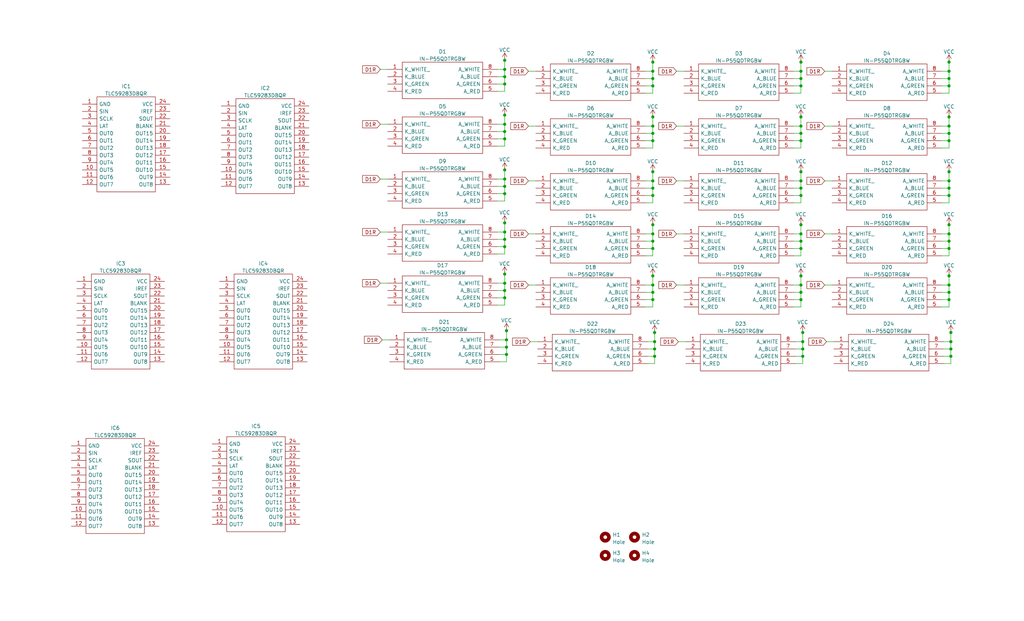
<source format=kicad_sch>
(kicad_sch (version 20211123) (generator eeschema)
  (paper "USLegal")
  (lib_symbols
    (symbol "Mechanical:MountingHole" (pin_names (offset 1.016))
      (property "Reference" "H" (at 0 5.08 0))
      (property "Value" "MountingHole" (at 0 3.175 0))
      (symbol "MountingHole_0_1"
        (circle (center 0 0) (radius 1.27) (stroke (width 1.27)))
      )
    )
    (symbol "local2:TLC59283DBQR" (pin_names (offset 0.762))
      (property "Reference" "IC" (at 26.67 7.62 0))
      (property "Value" "TLC59283DBQR" (at 26.67 5.08 0))
      (symbol "TLC59283DBQR_0_0"
        (pin power_in line (at 0 0 0) (length 5.08) (name "GND") (number "1"))
        (pin output line (at 0 -22.86 0) (length 5.08) (name "OUT5") (number "10"))
        (pin output line (at 0 -25.4 0) (length 5.08) (name "OUT6") (number "11"))
        (pin output line (at 0 -27.94 0) (length 5.08) (name "OUT7") (number "12"))
        (pin output line (at 30.48 -27.94 180) (length 5.08) (name "OUT8") (number "13"))
        (pin output line (at 30.48 -25.4 180) (length 5.08) (name "OUT9") (number "14"))
        (pin output line (at 30.48 -22.86 180) (length 5.08) (name "OUT10") (number "15"))
        (pin output line (at 30.48 -20.32 180) (length 5.08) (name "OUT11") (number "16"))
        (pin output line (at 30.48 -17.78 180) (length 5.08) (name "OUT12") (number "17"))
        (pin output line (at 30.48 -15.24 180) (length 5.08) (name "OUT13") (number "18"))
        (pin output line (at 30.48 -12.7 180) (length 5.08) (name "OUT14") (number "19"))
        (pin input line (at 0 -2.54 0) (length 5.08) (name "SIN") (number "2"))
        (pin output line (at 30.48 -10.16 180) (length 5.08) (name "OUT15") (number "20"))
        (pin input line (at 30.48 -7.62 180) (length 5.08) (name "BLANK") (number "21"))
        (pin output line (at 30.48 -5.08 180) (length 5.08) (name "SOUT") (number "22"))
        (pin input line (at 30.48 -2.54 180) (length 5.08) (name "IREF") (number "23"))
        (pin power_in line (at 30.48 0 180) (length 5.08) (name "VCC") (number "24"))
        (pin input line (at 0 -5.08 0) (length 5.08) (name "SCLK") (number "3"))
        (pin input line (at 0 -7.62 0) (length 5.08) (name "LAT") (number "4"))
        (pin output line (at 0 -10.16 0) (length 5.08) (name "OUT0") (number "5"))
        (pin output line (at 0 -12.7 0) (length 5.08) (name "OUT1") (number "6"))
        (pin output line (at 0 -15.24 0) (length 5.08) (name "OUT2") (number "7"))
        (pin output line (at 0 -17.78 0) (length 5.08) (name "OUT3") (number "8"))
        (pin output line (at 0 -20.32 0) (length 5.08) (name "OUT4") (number "9"))
      )
      (symbol "TLC59283DBQR_0_1"
        (polyline (pts (xy 5.08 2.54) (xy 25.4 2.54) (xy 25.4 -30.48) (xy 5.08 -30.48) (xy 5.08 2.54)) (stroke (width 0.1524)))
      )
    )
    (symbol "local:IN-P55QDTRGBW" (pin_names (offset 0.762))
      (property "Reference" "LED" (at 34.29 7.62 0))
      (property "Value" "IN-P55QDTRGBW" (at 34.29 5.08 0))
      (symbol "IN-P55QDTRGBW_0_0"
        (pin passive line (at 0 0 0) (length 5.08) (name "K_WHITE_") (number "1"))
        (pin passive line (at 0 -2.54 0) (length 5.08) (name "K_BLUE") (number "2"))
        (pin passive line (at 0 -5.08 0) (length 5.08) (name "K_GREEN") (number "3"))
        (pin passive line (at 0 -7.62 0) (length 5.08) (name "K_RED") (number "4"))
        (pin passive line (at 38.1 -7.62 180) (length 5.08) (name "A_RED") (number "5"))
        (pin passive line (at 38.1 -5.08 180) (length 5.08) (name "A_GREEN") (number "6"))
        (pin passive line (at 38.1 -2.54 180) (length 5.08) (name "A_BLUE") (number "7"))
        (pin passive line (at 38.1 0 180) (length 5.08) (name "A_WHITE") (number "8"))
      )
      (symbol "IN-P55QDTRGBW_0_1"
        (polyline (pts (xy 5.08 2.54) (xy 33.02 2.54) (xy 33.02 -10.16) (xy 5.08 -10.16) (xy 5.08 2.54)) (stroke (width 0.1524)))
      )
    )
    (symbol "power:VCC" (power) (pin_names (offset 0))
      (property "Value" "VCC" (at 0 3.81 0))
      (symbol "VCC_0_1"
        (polyline (pts (xy -0.762 1.27) (xy 0 2.54)))
        (polyline (pts (xy 0 0) (xy 0 2.54)))
        (polyline (pts (xy 0 2.54) (xy 0.762 1.27)))
      )
      (symbol "VCC_1_1"
        (pin power_in line (at 0 0 90) (length 0) hide (name "VCC") (number "1"))
      )
    )
  )
  (junction (at 175.26 100.965))
  (junction (at 175.26 59.055))
  (junction (at 227.33 118.745))
  (junction (at 278.765 123.825))
  (junction (at 226.695 78.105))
  (junction (at 329.565 24.765))
  (junction (at 330.2 115.57))
  (junction (at 278.13 43.815))
  (junction (at 226.695 67.945))
  (junction (at 278.13 86.36))
  (junction (at 329.565 27.305))
  (junction (at 329.565 43.815))
  (junction (at 226.695 81.28))
  (junction (at 175.26 45.72))
  (junction (at 226.695 101.6))
  (junction (at 226.695 86.36))
  (junction (at 175.26 62.23))
  (junction (at 227.33 123.825))
  (junction (at 278.13 67.945))
  (junction (at 175.26 67.31))
  (junction (at 227.33 115.57))
  (junction (at 175.895 118.11))
  (junction (at 278.13 78.105))
  (junction (at 330.2 121.285))
  (junction (at 175.895 114.935))
  (junction (at 175.26 85.725))
  (junction (at 175.26 29.21))
  (junction (at 278.13 81.28))
  (junction (at 175.26 95.25))
  (junction (at 278.13 48.895))
  (junction (at 330.2 118.745))
  (junction (at 175.26 80.645))
  (junction (at 175.895 120.65))
  (junction (at 226.695 104.14))
  (junction (at 175.895 123.19))
  (junction (at 226.695 40.64))
  (junction (at 226.695 43.815))
  (junction (at 226.695 99.06))
  (junction (at 278.765 118.745))
  (junction (at 329.565 62.865))
  (junction (at 226.695 24.765))
  (junction (at 226.695 59.69))
  (junction (at 278.13 104.14))
  (junction (at 278.13 21.59))
  (junction (at 329.565 59.69))
  (junction (at 226.695 21.59))
  (junction (at 329.565 29.845))
  (junction (at 278.13 40.64))
  (junction (at 329.565 48.895))
  (junction (at 226.695 65.405))
  (junction (at 226.695 46.355))
  (junction (at 278.13 95.885))
  (junction (at 175.26 26.67))
  (junction (at 278.13 59.69))
  (junction (at 278.13 101.6))
  (junction (at 175.26 83.185))
  (junction (at 175.26 24.13))
  (junction (at 329.565 46.355))
  (junction (at 226.695 83.82))
  (junction (at 175.26 43.18))
  (junction (at 329.565 67.945))
  (junction (at 175.26 103.505))
  (junction (at 329.565 40.64))
  (junction (at 329.565 65.405))
  (junction (at 175.26 77.47))
  (junction (at 329.565 78.105))
  (junction (at 226.695 29.845))
  (junction (at 278.13 65.405))
  (junction (at 226.695 62.865))
  (junction (at 278.13 62.865))
  (junction (at 226.695 95.885))
  (junction (at 329.565 104.14))
  (junction (at 278.13 46.355))
  (junction (at 330.2 123.825))
  (junction (at 175.26 40.005))
  (junction (at 278.13 29.845))
  (junction (at 329.565 101.6))
  (junction (at 175.26 20.955))
  (junction (at 226.695 27.305))
  (junction (at 175.26 64.77))
  (junction (at 227.33 121.285))
  (junction (at 329.565 83.82))
  (junction (at 329.565 81.28))
  (junction (at 278.765 115.57))
  (junction (at 329.565 21.59))
  (junction (at 278.13 99.06))
  (junction (at 278.13 24.765))
  (junction (at 329.565 99.06))
  (junction (at 329.565 86.36))
  (junction (at 226.695 48.895))
  (junction (at 278.765 121.285))
  (junction (at 278.13 27.305))
  (junction (at 278.13 83.82))
  (junction (at 175.26 98.425))
  (junction (at 329.565 95.885))
  (junction (at 175.26 48.26))
  (wire (pts (xy 175.26 67.31) (xy 175.26 69.85)))
  (wire (pts (xy 183.515 24.765) (xy 186.055 24.765)))
  (wire (pts (xy 172.72 45.72) (xy 175.26 45.72)))
  (wire (pts (xy 276.225 118.745) (xy 278.765 118.745)))
  (wire (pts (xy 278.13 21.59) (xy 278.13 24.765)))
  (wire (pts (xy 172.72 43.18) (xy 175.26 43.18)))
  (wire (pts (xy 278.13 106.68) (xy 275.59 106.68)))
  (wire (pts (xy 330.2 121.285) (xy 330.2 118.745)))
  (wire (pts (xy 132.08 24.13) (xy 134.62 24.13)))
  (wire (pts (xy 226.695 27.305) (xy 226.695 24.765)))
  (wire (pts (xy 278.13 29.845) (xy 278.13 32.385)))
  (wire (pts (xy 132.08 80.645) (xy 134.62 80.645)))
  (wire (pts (xy 226.695 83.82) (xy 226.695 86.36)))
  (wire (pts (xy 330.2 126.365) (xy 327.66 126.365)))
  (wire (pts (xy 175.26 20.32) (xy 175.26 20.955)))
  (wire (pts (xy 327.025 27.305) (xy 329.565 27.305)))
  (wire (pts (xy 329.565 86.36) (xy 329.565 88.9)))
  (wire (pts (xy 226.695 48.895) (xy 226.695 51.435)))
  (wire (pts (xy 278.13 83.82) (xy 278.13 86.36)))
  (wire (pts (xy 275.59 62.865) (xy 278.13 62.865)))
  (wire (pts (xy 226.695 48.895) (xy 224.155 48.895)))
  (wire (pts (xy 175.26 39.37) (xy 175.26 40.005)))
  (wire (pts (xy 175.26 45.72) (xy 175.26 43.18)))
  (wire (pts (xy 234.95 62.865) (xy 237.49 62.865)))
  (wire (pts (xy 172.72 100.965) (xy 175.26 100.965)))
  (wire (pts (xy 175.26 26.67) (xy 175.26 29.21)))
  (wire (pts (xy 175.26 59.055) (xy 175.26 62.23)))
  (wire (pts (xy 224.155 43.815) (xy 226.695 43.815)))
  (wire (pts (xy 275.59 27.305) (xy 278.13 27.305)))
  (wire (pts (xy 278.765 115.57) (xy 278.765 118.745)))
  (wire (pts (xy 224.79 121.285) (xy 227.33 121.285)))
  (wire (pts (xy 226.695 46.355) (xy 226.695 43.815)))
  (wire (pts (xy 235.585 118.745) (xy 238.125 118.745)))
  (wire (pts (xy 275.59 101.6) (xy 278.13 101.6)))
  (wire (pts (xy 278.13 86.36) (xy 278.13 88.9)))
  (wire (pts (xy 226.695 95.885) (xy 226.695 99.06)))
  (wire (pts (xy 330.2 123.825) (xy 330.2 126.365)))
  (wire (pts (xy 226.695 67.945) (xy 224.155 67.945)))
  (wire (pts (xy 329.565 101.6) (xy 329.565 99.06)))
  (wire (pts (xy 275.59 65.405) (xy 278.13 65.405)))
  (wire (pts (xy 278.765 123.825) (xy 276.225 123.825)))
  (wire (pts (xy 175.895 120.65) (xy 175.895 123.19)))
  (wire (pts (xy 175.26 106.045) (xy 172.72 106.045)))
  (wire (pts (xy 329.565 65.405) (xy 329.565 67.945)))
  (wire (pts (xy 226.695 59.055) (xy 226.695 59.69)))
  (wire (pts (xy 175.26 29.21) (xy 175.26 31.75)))
  (wire (pts (xy 224.155 101.6) (xy 226.695 101.6)))
  (wire (pts (xy 224.155 46.355) (xy 226.695 46.355)))
  (wire (pts (xy 227.33 121.285) (xy 227.33 123.825)))
  (wire (pts (xy 184.15 118.745) (xy 186.69 118.745)))
  (wire (pts (xy 227.33 126.365) (xy 224.79 126.365)))
  (wire (pts (xy 175.26 40.005) (xy 175.26 43.18)))
  (wire (pts (xy 183.515 99.06) (xy 186.055 99.06)))
  (wire (pts (xy 226.695 104.14) (xy 224.155 104.14)))
  (wire (pts (xy 327.025 101.6) (xy 329.565 101.6)))
  (wire (pts (xy 234.95 43.815) (xy 237.49 43.815)))
  (wire (pts (xy 175.26 95.25) (xy 175.26 98.425)))
  (wire (pts (xy 278.13 46.355) (xy 278.13 48.895)))
  (wire (pts (xy 224.155 99.06) (xy 226.695 99.06)))
  (wire (pts (xy 276.225 121.285) (xy 278.765 121.285)))
  (wire (pts (xy 327.025 43.815) (xy 329.565 43.815)))
  (wire (pts (xy 329.565 101.6) (xy 329.565 104.14)))
  (wire (pts (xy 227.33 123.825) (xy 227.33 126.365)))
  (wire (pts (xy 175.26 29.21) (xy 172.72 29.21)))
  (wire (pts (xy 329.565 65.405) (xy 329.565 62.865)))
  (wire (pts (xy 329.565 21.59) (xy 329.565 24.765)))
  (wire (pts (xy 278.13 67.945) (xy 278.13 70.485)))
  (wire (pts (xy 329.565 20.955) (xy 329.565 21.59)))
  (wire (pts (xy 278.765 126.365) (xy 276.225 126.365)))
  (wire (pts (xy 329.565 59.055) (xy 329.565 59.69)))
  (wire (pts (xy 172.72 26.67) (xy 175.26 26.67)))
  (wire (pts (xy 226.695 32.385) (xy 224.155 32.385)))
  (wire (pts (xy 132.715 118.11) (xy 135.255 118.11)))
  (wire (pts (xy 226.695 77.47) (xy 226.695 78.105)))
  (wire (pts (xy 234.95 81.28) (xy 237.49 81.28)))
  (wire (pts (xy 226.695 29.845) (xy 224.155 29.845)))
  (wire (pts (xy 329.565 29.845) (xy 327.025 29.845)))
  (wire (pts (xy 132.08 43.18) (xy 134.62 43.18)))
  (wire (pts (xy 173.355 120.65) (xy 175.895 120.65)))
  (wire (pts (xy 175.26 50.8) (xy 172.72 50.8)))
  (wire (pts (xy 224.155 24.765) (xy 226.695 24.765)))
  (wire (pts (xy 278.13 48.895) (xy 275.59 48.895)))
  (wire (pts (xy 327.66 118.745) (xy 330.2 118.745)))
  (wire (pts (xy 226.695 86.36) (xy 224.155 86.36)))
  (wire (pts (xy 175.26 77.47) (xy 175.26 80.645)))
  (wire (pts (xy 226.695 101.6) (xy 226.695 104.14)))
  (wire (pts (xy 327.025 81.28) (xy 329.565 81.28)))
  (wire (pts (xy 224.155 81.28) (xy 226.695 81.28)))
  (wire (pts (xy 330.2 121.285) (xy 330.2 123.825)))
  (wire (pts (xy 234.95 24.765) (xy 237.49 24.765)))
  (wire (pts (xy 327.025 46.355) (xy 329.565 46.355)))
  (wire (pts (xy 183.515 43.815) (xy 186.055 43.815)))
  (wire (pts (xy 329.565 46.355) (xy 329.565 48.895)))
  (wire (pts (xy 175.26 26.67) (xy 175.26 24.13)))
  (wire (pts (xy 278.13 40.005) (xy 278.13 40.64)))
  (wire (pts (xy 329.565 67.945) (xy 327.025 67.945)))
  (wire (pts (xy 278.13 104.14) (xy 275.59 104.14)))
  (wire (pts (xy 278.765 121.285) (xy 278.765 118.745)))
  (wire (pts (xy 175.26 67.31) (xy 172.72 67.31)))
  (wire (pts (xy 175.26 76.835) (xy 175.26 77.47)))
  (wire (pts (xy 224.155 62.865) (xy 226.695 62.865)))
  (wire (pts (xy 172.72 64.77) (xy 175.26 64.77)))
  (wire (pts (xy 278.13 70.485) (xy 275.59 70.485)))
  (wire (pts (xy 172.72 80.645) (xy 175.26 80.645)))
  (wire (pts (xy 278.765 121.285) (xy 278.765 123.825)))
  (wire (pts (xy 329.565 95.25) (xy 329.565 95.885)))
  (wire (pts (xy 278.13 48.895) (xy 278.13 51.435)))
  (wire (pts (xy 227.33 121.285) (xy 227.33 118.745)))
  (wire (pts (xy 172.72 24.13) (xy 175.26 24.13)))
  (wire (pts (xy 175.26 31.75) (xy 172.72 31.75)))
  (wire (pts (xy 327.025 83.82) (xy 329.565 83.82)))
  (wire (pts (xy 183.515 81.28) (xy 186.055 81.28)))
  (wire (pts (xy 278.13 83.82) (xy 278.13 81.28)))
  (wire (pts (xy 172.72 98.425) (xy 175.26 98.425)))
  (wire (pts (xy 183.515 62.865) (xy 186.055 62.865)))
  (wire (pts (xy 172.72 62.23) (xy 175.26 62.23)))
  (wire (pts (xy 278.13 27.305) (xy 278.13 29.845)))
  (wire (pts (xy 329.565 29.845) (xy 329.565 32.385)))
  (wire (pts (xy 286.385 24.765) (xy 288.925 24.765)))
  (wire (pts (xy 224.155 65.405) (xy 226.695 65.405)))
  (wire (pts (xy 329.565 88.9) (xy 327.025 88.9)))
  (wire (pts (xy 278.13 95.25) (xy 278.13 95.885)))
  (wire (pts (xy 329.565 70.485) (xy 327.025 70.485)))
  (wire (pts (xy 329.565 40.64) (xy 329.565 43.815)))
  (wire (pts (xy 327.025 62.865) (xy 329.565 62.865)))
  (wire (pts (xy 278.765 123.825) (xy 278.765 126.365)))
  (wire (pts (xy 226.695 46.355) (xy 226.695 48.895)))
  (wire (pts (xy 175.895 125.73) (xy 173.355 125.73)))
  (wire (pts (xy 278.13 46.355) (xy 278.13 43.815)))
  (wire (pts (xy 226.695 106.68) (xy 224.155 106.68)))
  (wire (pts (xy 173.355 118.11) (xy 175.895 118.11)))
  (wire (pts (xy 226.695 40.64) (xy 226.695 43.815)))
  (wire (pts (xy 227.33 114.935) (xy 227.33 115.57)))
  (wire (pts (xy 275.59 43.815) (xy 278.13 43.815)))
  (wire (pts (xy 278.13 59.69) (xy 278.13 62.865)))
  (wire (pts (xy 226.695 67.945) (xy 226.695 70.485)))
  (wire (pts (xy 329.565 27.305) (xy 329.565 29.845)))
  (wire (pts (xy 175.895 123.19) (xy 173.355 123.19)))
  (wire (pts (xy 175.26 64.77) (xy 175.26 62.23)))
  (wire (pts (xy 329.565 27.305) (xy 329.565 24.765)))
  (wire (pts (xy 278.13 86.36) (xy 275.59 86.36)))
  (wire (pts (xy 175.26 48.26) (xy 175.26 50.8)))
  (wire (pts (xy 278.13 67.945) (xy 275.59 67.945)))
  (wire (pts (xy 132.08 62.23) (xy 134.62 62.23)))
  (wire (pts (xy 226.695 70.485) (xy 224.155 70.485)))
  (wire (pts (xy 329.565 48.895) (xy 329.565 51.435)))
  (wire (pts (xy 278.13 78.105) (xy 278.13 81.28)))
  (wire (pts (xy 227.33 123.825) (xy 224.79 123.825)))
  (wire (pts (xy 327.025 65.405) (xy 329.565 65.405)))
  (wire (pts (xy 224.155 83.82) (xy 226.695 83.82)))
  (wire (pts (xy 329.565 104.14) (xy 327.025 104.14)))
  (wire (pts (xy 327.025 99.06) (xy 329.565 99.06)))
  (wire (pts (xy 226.695 27.305) (xy 226.695 29.845)))
  (wire (pts (xy 275.59 24.765) (xy 278.13 24.765)))
  (wire (pts (xy 226.695 40.005) (xy 226.695 40.64)))
  (wire (pts (xy 329.565 48.895) (xy 327.025 48.895)))
  (wire (pts (xy 278.13 101.6) (xy 278.13 104.14)))
  (wire (pts (xy 226.695 21.59) (xy 226.695 24.765)))
  (wire (pts (xy 175.26 83.185) (xy 175.26 80.645)))
  (wire (pts (xy 175.26 85.725) (xy 172.72 85.725)))
  (wire (pts (xy 226.695 88.9) (xy 224.155 88.9)))
  (wire (pts (xy 278.13 104.14) (xy 278.13 106.68)))
  (wire (pts (xy 175.26 48.26) (xy 172.72 48.26)))
  (wire (pts (xy 278.765 114.935) (xy 278.765 115.57)))
  (wire (pts (xy 234.95 99.06) (xy 237.49 99.06)))
  (wire (pts (xy 226.695 95.25) (xy 226.695 95.885)))
  (wire (pts (xy 278.13 29.845) (xy 275.59 29.845)))
  (wire (pts (xy 175.895 114.3) (xy 175.895 114.935)))
  (wire (pts (xy 175.895 120.65) (xy 175.895 118.11)))
  (wire (pts (xy 175.26 103.505) (xy 175.26 106.045)))
  (wire (pts (xy 287.02 118.745) (xy 289.56 118.745)))
  (wire (pts (xy 226.695 101.6) (xy 226.695 99.06)))
  (wire (pts (xy 226.695 65.405) (xy 226.695 62.865)))
  (wire (pts (xy 330.2 123.825) (xy 327.66 123.825)))
  (wire (pts (xy 172.72 83.185) (xy 175.26 83.185)))
  (wire (pts (xy 226.695 83.82) (xy 226.695 81.28)))
  (wire (pts (xy 175.26 85.725) (xy 175.26 88.265)))
  (wire (pts (xy 226.695 29.845) (xy 226.695 32.385)))
  (wire (pts (xy 175.26 64.77) (xy 175.26 67.31)))
  (wire (pts (xy 278.13 65.405) (xy 278.13 67.945)))
  (wire (pts (xy 278.13 95.885) (xy 278.13 99.06)))
  (wire (pts (xy 175.26 45.72) (xy 175.26 48.26)))
  (wire (pts (xy 327.66 121.285) (xy 330.2 121.285)))
  (wire (pts (xy 226.695 20.955) (xy 226.695 21.59)))
  (wire (pts (xy 278.13 65.405) (xy 278.13 62.865)))
  (wire (pts (xy 278.13 101.6) (xy 278.13 99.06)))
  (wire (pts (xy 175.26 20.955) (xy 175.26 24.13)))
  (wire (pts (xy 175.26 103.505) (xy 172.72 103.505)))
  (wire (pts (xy 278.13 40.64) (xy 278.13 43.815)))
  (wire (pts (xy 226.695 65.405) (xy 226.695 67.945)))
  (wire (pts (xy 278.13 27.305) (xy 278.13 24.765)))
  (wire (pts (xy 327.025 24.765) (xy 329.565 24.765)))
  (wire (pts (xy 329.565 95.885) (xy 329.565 99.06)))
  (wire (pts (xy 286.385 81.28) (xy 288.925 81.28)))
  (wire (pts (xy 278.13 59.055) (xy 278.13 59.69)))
  (wire (pts (xy 275.59 81.28) (xy 278.13 81.28)))
  (wire (pts (xy 329.565 106.68) (xy 327.025 106.68)))
  (wire (pts (xy 329.565 46.355) (xy 329.565 43.815)))
  (wire (pts (xy 175.26 69.85) (xy 172.72 69.85)))
  (wire (pts (xy 175.895 114.935) (xy 175.895 118.11)))
  (wire (pts (xy 329.565 67.945) (xy 329.565 70.485)))
  (wire (pts (xy 278.13 32.385) (xy 275.59 32.385)))
  (wire (pts (xy 175.895 123.19) (xy 175.895 125.73)))
  (wire (pts (xy 175.26 100.965) (xy 175.26 103.505)))
  (wire (pts (xy 278.13 20.955) (xy 278.13 21.59)))
  (wire (pts (xy 175.26 94.615) (xy 175.26 95.25)))
  (wire (pts (xy 275.59 83.82) (xy 278.13 83.82)))
  (wire (pts (xy 286.385 43.815) (xy 288.925 43.815)))
  (wire (pts (xy 329.565 86.36) (xy 327.025 86.36)))
  (wire (pts (xy 329.565 104.14) (xy 329.565 106.68)))
  (wire (pts (xy 175.26 100.965) (xy 175.26 98.425)))
  (wire (pts (xy 226.695 59.69) (xy 226.695 62.865)))
  (wire (pts (xy 329.565 32.385) (xy 327.025 32.385)))
  (wire (pts (xy 175.26 88.265) (xy 172.72 88.265)))
  (wire (pts (xy 224.155 27.305) (xy 226.695 27.305)))
  (wire (pts (xy 278.13 51.435) (xy 275.59 51.435)))
  (wire (pts (xy 275.59 99.06) (xy 278.13 99.06)))
  (wire (pts (xy 329.565 77.47) (xy 329.565 78.105)))
  (wire (pts (xy 278.13 88.9) (xy 275.59 88.9)))
  (wire (pts (xy 227.33 115.57) (xy 227.33 118.745)))
  (wire (pts (xy 286.385 62.865) (xy 288.925 62.865)))
  (wire (pts (xy 329.565 40.005) (xy 329.565 40.64)))
  (wire (pts (xy 286.385 99.06) (xy 288.925 99.06)))
  (wire (pts (xy 329.565 83.82) (xy 329.565 86.36)))
  (wire (pts (xy 224.79 118.745) (xy 227.33 118.745)))
  (wire (pts (xy 330.2 114.935) (xy 330.2 115.57)))
  (wire (pts (xy 132.08 98.425) (xy 134.62 98.425)))
  (wire (pts (xy 278.13 77.47) (xy 278.13 78.105)))
  (wire (pts (xy 175.26 83.185) (xy 175.26 85.725)))
  (wire (pts (xy 226.695 51.435) (xy 224.155 51.435)))
  (wire (pts (xy 275.59 46.355) (xy 278.13 46.355)))
  (wire (pts (xy 329.565 51.435) (xy 327.025 51.435)))
  (wire (pts (xy 226.695 104.14) (xy 226.695 106.68)))
  (wire (pts (xy 175.26 58.42) (xy 175.26 59.055)))
  (wire (pts (xy 329.565 59.69) (xy 329.565 62.865)))
  (wire (pts (xy 329.565 78.105) (xy 329.565 81.28)))
  (wire (pts (xy 329.565 83.82) (xy 329.565 81.28)))
  (wire (pts (xy 226.695 86.36) (xy 226.695 88.9)))
  (wire (pts (xy 330.2 115.57) (xy 330.2 118.745)))
  (wire (pts (xy 226.695 78.105) (xy 226.695 81.28)))
  (global_label "D1R" (shape input) (at 132.08 98.425 180) (property "Intersheet References" "${INTERSHEET_REFS}" (effects hide)))
  (global_label "D1R" (shape input) (at 286.385 99.06 180) (property "Intersheet References" "${INTERSHEET_REFS}" (effects hide)))
  (global_label "D1R" (shape input) (at 132.08 24.13 180) (property "Intersheet References" "${INTERSHEET_REFS}" (effects hide)))
  (global_label "D1R" (shape input) (at 287.02 118.745 180) (property "Intersheet References" "${INTERSHEET_REFS}" (effects hide)))
  (global_label "D1R" (shape input) (at 235.585 118.745 180) (property "Intersheet References" "${INTERSHEET_REFS}" (effects hide)))
  (global_label "D1R" (shape input) (at 132.08 43.18 180) (property "Intersheet References" "${INTERSHEET_REFS}" (effects hide)))
  (global_label "D1R" (shape input) (at 234.95 99.06 180) (property "Intersheet References" "${INTERSHEET_REFS}" (effects hide)))
  (global_label "D1R" (shape input) (at 183.515 24.765 180) (property "Intersheet References" "${INTERSHEET_REFS}" (effects hide)))
  (global_label "D1R" (shape input) (at 132.08 80.645 180) (property "Intersheet References" "${INTERSHEET_REFS}" (effects hide)))
  (global_label "D1R" (shape input) (at 234.95 81.28 180) (property "Intersheet References" "${INTERSHEET_REFS}" (effects hide)))
  (global_label "D1R" (shape input) (at 184.15 118.745 180) (property "Intersheet References" "${INTERSHEET_REFS}" (effects hide)))
  (global_label "D1R" (shape input) (at 183.515 43.815 180) (property "Intersheet References" "${INTERSHEET_REFS}" (effects hide)))
  (global_label "D1R" (shape input) (at 234.95 62.865 180) (property "Intersheet References" "${INTERSHEET_REFS}" (effects hide)))
  (global_label "D1R" (shape input) (at 286.385 24.765 180) (property "Intersheet References" "${INTERSHEET_REFS}" (effects hide)))
  (global_label "D1R" (shape input) (at 286.385 43.815 180) (property "Intersheet References" "${INTERSHEET_REFS}" (effects hide)))
  (global_label "D1R" (shape input) (at 132.715 118.11 180) (property "Intersheet References" "${INTERSHEET_REFS}" (effects hide)))
  (global_label "D1R" (shape input) (at 183.515 62.865 180) (property "Intersheet References" "${INTERSHEET_REFS}" (effects hide)))
  (global_label "D1R" (shape input) (at 234.95 24.765 180) (property "Intersheet References" "${INTERSHEET_REFS}" (effects hide)))
  (global_label "D1R" (shape input) (at 183.515 99.06 180) (property "Intersheet References" "${INTERSHEET_REFS}" (effects hide)))
  (global_label "D1R" (shape input) (at 183.515 81.28 180) (property "Intersheet References" "${INTERSHEET_REFS}" (effects hide)))
  (global_label "D1R" (shape input) (at 132.08 62.23 180) (property "Intersheet References" "${INTERSHEET_REFS}" (effects hide)))
  (global_label "D1R" (shape input) (at 286.385 62.865 180) (property "Intersheet References" "${INTERSHEET_REFS}" (effects hide)))
  (global_label "D1R" (shape input) (at 234.95 43.815 180) (property "Intersheet References" "${INTERSHEET_REFS}" (effects hide)))
  (global_label "D1R" (shape input) (at 286.385 81.28 180) (property "Intersheet References" "${INTERSHEET_REFS}" (effects hide)))
  (symbol (lib_id "local:IN-P55QDTRGBW") (at 135.255 118.11 0) (unit 1)
    (property "Reference" "D21" (at 154.305 111.921 0))
    (property "Value" "IN-P55QDTRGBW" (at 154.305 114.4579 0))
    (property "Footprint" "local:INP55QDTRGBW" (effects hide))
    (property "Datasheet" "https://www.inolux-corp.com/datasheet/SMDLED/RGBW%20Top%20View/IN-P55QDTRGBW_V1.0.pdf" (effects hide))
    (property "Description" "Standard LEDs - SMD RGBW LED" (effects hide))
    (property "Height" "1.9" (effects hide))
    (property "Mouser Part Number" "743-IN-P55QDTRGBW" (effects hide))
    (property "Mouser Price/Stock" "https://www.mouser.co.uk/ProductDetail/Inolux/IN-P55QDTRGBW?qs=stqOd1AaK78tLn2kfF8cBA%3D%3D" (effects hide))
    (property "Manufacturer_Name" "Inolux" (effects hide))
    (property "Manufacturer_Part_Number" "IN-P55QDTRGBW" (effects hide))
  )
  (symbol (lib_id "power:VCC") (at 329.565 59.69 0) (unit 1)
    (property "Reference" "#PWR011" (effects hide))
    (property "Value" "VCC" (at 329.565 56.1142 0))
  )
  (symbol (lib_id "power:VCC") (at 226.695 40.64 0) (unit 1)
    (property "Reference" "#PWR05" (effects hide))
    (property "Value" "VCC" (at 226.695 37.0642 0))
  )
  (symbol (lib_id "local:IN-P55QDTRGBW") (at 186.69 118.745 0) (unit 1)
    (property "Reference" "D22" (at 205.74 112.556 0))
    (property "Value" "IN-P55QDTRGBW" (at 205.74 115.0929 0))
    (property "Footprint" "local:INP55QDTRGBW" (effects hide))
    (property "Datasheet" "https://www.inolux-corp.com/datasheet/SMDLED/RGBW%20Top%20View/IN-P55QDTRGBW_V1.0.pdf" (effects hide))
    (property "Description" "Standard LEDs - SMD RGBW LED" (effects hide))
    (property "Height" "1.9" (effects hide))
    (property "Mouser Part Number" "743-IN-P55QDTRGBW" (effects hide))
    (property "Mouser Price/Stock" "https://www.mouser.co.uk/ProductDetail/Inolux/IN-P55QDTRGBW?qs=stqOd1AaK78tLn2kfF8cBA%3D%3D" (effects hide))
    (property "Manufacturer_Name" "Inolux" (effects hide))
    (property "Manufacturer_Part_Number" "IN-P55QDTRGBW" (effects hide))
  )
  (symbol (lib_id "local:IN-P55QDTRGBW") (at 237.49 62.865 0) (unit 1)
    (property "Reference" "D11" (at 256.54 56.676 0))
    (property "Value" "IN-P55QDTRGBW" (at 256.54 59.2129 0))
    (property "Footprint" "local:INP55QDTRGBW" (effects hide))
    (property "Datasheet" "https://www.inolux-corp.com/datasheet/SMDLED/RGBW%20Top%20View/IN-P55QDTRGBW_V1.0.pdf" (effects hide))
    (property "Description" "Standard LEDs - SMD RGBW LED" (effects hide))
    (property "Height" "1.9" (effects hide))
    (property "Mouser Part Number" "743-IN-P55QDTRGBW" (effects hide))
    (property "Mouser Price/Stock" "https://www.mouser.co.uk/ProductDetail/Inolux/IN-P55QDTRGBW?qs=stqOd1AaK78tLn2kfF8cBA%3D%3D" (effects hide))
    (property "Manufacturer_Name" "Inolux" (effects hide))
    (property "Manufacturer_Part_Number" "IN-P55QDTRGBW" (effects hide))
  )
  (symbol (lib_id "power:VCC") (at 329.565 21.59 0) (unit 1)
    (property "Reference" "#PWR03" (effects hide))
    (property "Value" "VCC" (at 329.565 18.0142 0))
  )
  (symbol (lib_id "power:VCC") (at 175.895 114.935 0) (unit 1)
    (property "Reference" "#PWR020" (effects hide))
    (property "Value" "VCC" (at 175.895 111.3592 0))
  )
  (symbol (lib_id "local2:TLC59283DBQR") (at 26.67 97.79 0) (unit 1)
    (property "Reference" "IC3" (at 41.91 91.601 0))
    (property "Value" "TLC59283DBQR" (at 41.91 94.1379 0))
    (property "Footprint" "local:SOP64P600X175-24N" (effects hide))
    (property "Datasheet" "http://www.ti.com/lit/gpn/tlc59283" (effects hide))
    (property "Description" "16 Channel Constant Current LED Driver with Pre-Charge FET" (effects hide))
    (property "Height" "1.75" (effects hide))
    (property "Mouser Part Number" "595-TLC59283DBQR" (effects hide))
    (property "Mouser Price/Stock" "https://www.mouser.co.uk/ProductDetail/Texas-Instruments/TLC59283DBQR?qs=Z9twEOuL%252B%2FK2pUv1QlC%252B%2Fw%3D%3D" (effects hide))
    (property "Manufacturer_Name" "Texas Instruments" (effects hide))
    (property "Manufacturer_Part_Number" "TLC59283DBQR" (effects hide))
  )
  (symbol (lib_id "power:VCC") (at 329.565 40.64 0) (unit 1)
    (property "Reference" "#PWR07" (effects hide))
    (property "Value" "VCC" (at 329.565 37.0642 0))
  )
  (symbol (lib_id "local:IN-P55QDTRGBW") (at 237.49 24.765 0) (unit 1)
    (property "Reference" "D3" (at 256.54 18.576 0))
    (property "Value" "IN-P55QDTRGBW" (at 256.54 21.1129 0))
    (property "Footprint" "local:INP55QDTRGBW" (effects hide))
    (property "Datasheet" "https://www.inolux-corp.com/datasheet/SMDLED/RGBW%20Top%20View/IN-P55QDTRGBW_V1.0.pdf" (effects hide))
    (property "Description" "Standard LEDs - SMD RGBW LED" (effects hide))
    (property "Height" "1.9" (effects hide))
    (property "Mouser Part Number" "743-IN-P55QDTRGBW" (effects hide))
    (property "Mouser Price/Stock" "https://www.mouser.co.uk/ProductDetail/Inolux/IN-P55QDTRGBW?qs=stqOd1AaK78tLn2kfF8cBA%3D%3D" (effects hide))
    (property "Manufacturer_Name" "Inolux" (effects hide))
    (property "Manufacturer_Part_Number" "IN-P55QDTRGBW" (effects hide))
  )
  (symbol (lib_id "local2:TLC59283DBQR") (at 76.835 36.83 0) (unit 1)
    (property "Reference" "IC2" (at 92.075 30.641 0))
    (property "Value" "TLC59283DBQR" (at 92.075 33.1779 0))
    (property "Footprint" "local:SOP64P600X175-24N" (effects hide))
    (property "Datasheet" "http://www.ti.com/lit/gpn/tlc59283" (effects hide))
    (property "Description" "16 Channel Constant Current LED Driver with Pre-Charge FET" (effects hide))
    (property "Height" "1.75" (effects hide))
    (property "Mouser Part Number" "595-TLC59283DBQR" (effects hide))
    (property "Mouser Price/Stock" "https://www.mouser.co.uk/ProductDetail/Texas-Instruments/TLC59283DBQR?qs=Z9twEOuL%252B%2FK2pUv1QlC%252B%2Fw%3D%3D" (effects hide))
    (property "Manufacturer_Name" "Texas Instruments" (effects hide))
    (property "Manufacturer_Part_Number" "TLC59283DBQR" (effects hide))
  )
  (symbol (lib_id "power:VCC") (at 226.695 59.69 0) (unit 1)
    (property "Reference" "#PWR09" (effects hide))
    (property "Value" "VCC" (at 226.695 56.1142 0))
  )
  (symbol (lib_id "power:VCC") (at 278.13 78.105 0) (unit 1)
    (property "Reference" "#PWR014" (effects hide))
    (property "Value" "VCC" (at 278.13 74.5292 0))
  )
  (symbol (lib_id "local:IN-P55QDTRGBW") (at 288.925 81.28 0) (unit 1)
    (property "Reference" "D16" (at 307.975 75.091 0))
    (property "Value" "IN-P55QDTRGBW" (at 307.975 77.6279 0))
    (property "Footprint" "local:INP55QDTRGBW" (effects hide))
    (property "Datasheet" "https://www.inolux-corp.com/datasheet/SMDLED/RGBW%20Top%20View/IN-P55QDTRGBW_V1.0.pdf" (effects hide))
    (property "Description" "Standard LEDs - SMD RGBW LED" (effects hide))
    (property "Height" "1.9" (effects hide))
    (property "Mouser Part Number" "743-IN-P55QDTRGBW" (effects hide))
    (property "Mouser Price/Stock" "https://www.mouser.co.uk/ProductDetail/Inolux/IN-P55QDTRGBW?qs=stqOd1AaK78tLn2kfF8cBA%3D%3D" (effects hide))
    (property "Manufacturer_Name" "Inolux" (effects hide))
    (property "Manufacturer_Part_Number" "IN-P55QDTRGBW" (effects hide))
  )
  (symbol (lib_id "local:IN-P55QDTRGBW") (at 237.49 99.06 0) (unit 1)
    (property "Reference" "D19" (at 256.54 92.871 0))
    (property "Value" "IN-P55QDTRGBW" (at 256.54 95.4079 0))
    (property "Footprint" "local:INP55QDTRGBW" (effects hide))
    (property "Datasheet" "https://www.inolux-corp.com/datasheet/SMDLED/RGBW%20Top%20View/IN-P55QDTRGBW_V1.0.pdf" (effects hide))
    (property "Description" "Standard LEDs - SMD RGBW LED" (effects hide))
    (property "Height" "1.9" (effects hide))
    (property "Mouser Part Number" "743-IN-P55QDTRGBW" (effects hide))
    (property "Mouser Price/Stock" "https://www.mouser.co.uk/ProductDetail/Inolux/IN-P55QDTRGBW?qs=stqOd1AaK78tLn2kfF8cBA%3D%3D" (effects hide))
    (property "Manufacturer_Name" "Inolux" (effects hide))
    (property "Manufacturer_Part_Number" "IN-P55QDTRGBW" (effects hide))
  )
  (symbol (lib_id "power:VCC") (at 278.13 21.59 0) (unit 1)
    (property "Reference" "#PWR02" (effects hide))
    (property "Value" "VCC" (at 278.13 18.0142 0))
  )
  (symbol (lib_id "local:IN-P55QDTRGBW") (at 186.055 62.865 0) (unit 1)
    (property "Reference" "D10" (at 205.105 56.676 0))
    (property "Value" "IN-P55QDTRGBW" (at 205.105 59.2129 0))
    (property "Footprint" "local:INP55QDTRGBW" (effects hide))
    (property "Datasheet" "https://www.inolux-corp.com/datasheet/SMDLED/RGBW%20Top%20View/IN-P55QDTRGBW_V1.0.pdf" (effects hide))
    (property "Description" "Standard LEDs - SMD RGBW LED" (effects hide))
    (property "Height" "1.9" (effects hide))
    (property "Mouser Part Number" "743-IN-P55QDTRGBW" (effects hide))
    (property "Mouser Price/Stock" "https://www.mouser.co.uk/ProductDetail/Inolux/IN-P55QDTRGBW?qs=stqOd1AaK78tLn2kfF8cBA%3D%3D" (effects hide))
    (property "Manufacturer_Name" "Inolux" (effects hide))
    (property "Manufacturer_Part_Number" "IN-P55QDTRGBW" (effects hide))
  )
  (symbol (lib_id "power:VCC") (at 175.26 95.25 0) (unit 1)
    (property "Reference" "#PWR016" (effects hide))
    (property "Value" "VCC" (at 175.26 91.6742 0))
  )
  (symbol (lib_id "power:VCC") (at 175.26 40.005 0) (unit 1)
    (property "Reference" "#PWR04" (effects hide))
    (property "Value" "VCC" (at 175.26 36.4292 0))
  )
  (symbol (lib_id "power:VCC") (at 226.695 78.105 0) (unit 1)
    (property "Reference" "#PWR013" (effects hide))
    (property "Value" "VCC" (at 226.695 74.5292 0))
  )
  (symbol (lib_id "power:VCC") (at 175.26 20.955 0) (unit 1)
    (property "Reference" "#PWR0101" (effects hide))
    (property "Value" "VCC" (at 175.26 17.3792 0))
  )
  (symbol (lib_id "local2:TLC59283DBQR") (at 28.575 36.195 0) (unit 1)
    (property "Reference" "IC1" (at 43.815 30.006 0))
    (property "Value" "TLC59283DBQR" (at 43.815 32.5429 0))
    (property "Footprint" "local:SOP64P600X175-24N" (effects hide))
    (property "Datasheet" "http://www.ti.com/lit/gpn/tlc59283" (effects hide))
    (property "Description" "16 Channel Constant Current LED Driver with Pre-Charge FET" (effects hide))
    (property "Height" "1.75" (effects hide))
    (property "Mouser Part Number" "595-TLC59283DBQR" (effects hide))
    (property "Mouser Price/Stock" "https://www.mouser.co.uk/ProductDetail/Texas-Instruments/TLC59283DBQR?qs=Z9twEOuL%252B%2FK2pUv1QlC%252B%2Fw%3D%3D" (effects hide))
    (property "Manufacturer_Name" "Texas Instruments" (effects hide))
    (property "Manufacturer_Part_Number" "TLC59283DBQR" (effects hide))
  )
  (symbol (lib_id "local:IN-P55QDTRGBW") (at 288.925 24.765 0) (unit 1)
    (property "Reference" "D4" (at 307.975 18.576 0))
    (property "Value" "IN-P55QDTRGBW" (at 307.975 21.1129 0))
    (property "Footprint" "local:INP55QDTRGBW" (effects hide))
    (property "Datasheet" "https://www.inolux-corp.com/datasheet/SMDLED/RGBW%20Top%20View/IN-P55QDTRGBW_V1.0.pdf" (effects hide))
    (property "Description" "Standard LEDs - SMD RGBW LED" (effects hide))
    (property "Height" "1.9" (effects hide))
    (property "Mouser Part Number" "743-IN-P55QDTRGBW" (effects hide))
    (property "Mouser Price/Stock" "https://www.mouser.co.uk/ProductDetail/Inolux/IN-P55QDTRGBW?qs=stqOd1AaK78tLn2kfF8cBA%3D%3D" (effects hide))
    (property "Manufacturer_Name" "Inolux" (effects hide))
    (property "Manufacturer_Part_Number" "IN-P55QDTRGBW" (effects hide))
  )
  (symbol (lib_id "power:VCC") (at 278.13 95.885 0) (unit 1)
    (property "Reference" "#PWR018" (effects hide))
    (property "Value" "VCC" (at 278.13 92.3092 0))
  )
  (symbol (lib_id "local:IN-P55QDTRGBW") (at 288.925 43.815 0) (unit 1)
    (property "Reference" "D8" (at 307.975 37.626 0))
    (property "Value" "IN-P55QDTRGBW" (at 307.975 40.1629 0))
    (property "Footprint" "local:INP55QDTRGBW" (effects hide))
    (property "Datasheet" "https://www.inolux-corp.com/datasheet/SMDLED/RGBW%20Top%20View/IN-P55QDTRGBW_V1.0.pdf" (effects hide))
    (property "Description" "Standard LEDs - SMD RGBW LED" (effects hide))
    (property "Height" "1.9" (effects hide))
    (property "Mouser Part Number" "743-IN-P55QDTRGBW" (effects hide))
    (property "Mouser Price/Stock" "https://www.mouser.co.uk/ProductDetail/Inolux/IN-P55QDTRGBW?qs=stqOd1AaK78tLn2kfF8cBA%3D%3D" (effects hide))
    (property "Manufacturer_Name" "Inolux" (effects hide))
    (property "Manufacturer_Part_Number" "IN-P55QDTRGBW" (effects hide))
  )
  (symbol (lib_id "local:IN-P55QDTRGBW") (at 186.055 81.28 0) (unit 1)
    (property "Reference" "D14" (at 205.105 75.091 0))
    (property "Value" "IN-P55QDTRGBW" (at 205.105 77.6279 0))
    (property "Footprint" "local:INP55QDTRGBW" (effects hide))
    (property "Datasheet" "https://www.inolux-corp.com/datasheet/SMDLED/RGBW%20Top%20View/IN-P55QDTRGBW_V1.0.pdf" (effects hide))
    (property "Description" "Standard LEDs - SMD RGBW LED" (effects hide))
    (property "Height" "1.9" (effects hide))
    (property "Mouser Part Number" "743-IN-P55QDTRGBW" (effects hide))
    (property "Mouser Price/Stock" "https://www.mouser.co.uk/ProductDetail/Inolux/IN-P55QDTRGBW?qs=stqOd1AaK78tLn2kfF8cBA%3D%3D" (effects hide))
    (property "Manufacturer_Name" "Inolux" (effects hide))
    (property "Manufacturer_Part_Number" "IN-P55QDTRGBW" (effects hide))
  )
  (symbol (lib_id "Mechanical:MountingHole") (at 220.345 186.69 0) (unit 1)
    (property "Reference" "H2" (at 222.885 185.8553 0) (effects (justify left)))
    (property "Value" "Hole" (at 222.885 188.3922 0) (effects (justify left)))
    (property "Footprint" "local:MountingHole_M3_plated" (effects hide))
  )
  (symbol (lib_id "power:VCC") (at 175.26 59.055 0) (unit 1)
    (property "Reference" "#PWR08" (effects hide))
    (property "Value" "VCC" (at 175.26 55.4792 0))
  )
  (symbol (lib_id "Mechanical:MountingHole") (at 210.185 193.04 0) (unit 1)
    (property "Reference" "H3" (at 212.725 192.2053 0) (effects (justify left)))
    (property "Value" "Hole" (at 212.725 194.7422 0) (effects (justify left)))
    (property "Footprint" "local:MountingHole_M3_plated" (effects hide))
  )
  (symbol (lib_id "local2:TLC59283DBQR") (at 73.66 154.305 0) (unit 1)
    (property "Reference" "IC5" (at 88.9 148.116 0))
    (property "Value" "TLC59283DBQR" (at 88.9 150.6529 0))
    (property "Footprint" "local:SOP64P600X175-24N" (effects hide))
    (property "Datasheet" "http://www.ti.com/lit/gpn/tlc59283" (effects hide))
    (property "Description" "16 Channel Constant Current LED Driver with Pre-Charge FET" (effects hide))
    (property "Height" "1.75" (effects hide))
    (property "Mouser Part Number" "595-TLC59283DBQR" (effects hide))
    (property "Mouser Price/Stock" "https://www.mouser.co.uk/ProductDetail/Texas-Instruments/TLC59283DBQR?qs=Z9twEOuL%252B%2FK2pUv1QlC%252B%2Fw%3D%3D" (effects hide))
    (property "Manufacturer_Name" "Texas Instruments" (effects hide))
    (property "Manufacturer_Part_Number" "TLC59283DBQR" (effects hide))
  )
  (symbol (lib_id "local2:TLC59283DBQR") (at 76.2 97.79 0) (unit 1)
    (property "Reference" "IC4" (at 91.44 91.601 0))
    (property "Value" "TLC59283DBQR" (at 91.44 94.1379 0))
    (property "Footprint" "local:SOP64P600X175-24N" (effects hide))
    (property "Datasheet" "http://www.ti.com/lit/gpn/tlc59283" (effects hide))
    (property "Description" "16 Channel Constant Current LED Driver with Pre-Charge FET" (effects hide))
    (property "Height" "1.75" (effects hide))
    (property "Mouser Part Number" "595-TLC59283DBQR" (effects hide))
    (property "Mouser Price/Stock" "https://www.mouser.co.uk/ProductDetail/Texas-Instruments/TLC59283DBQR?qs=Z9twEOuL%252B%2FK2pUv1QlC%252B%2Fw%3D%3D" (effects hide))
    (property "Manufacturer_Name" "Texas Instruments" (effects hide))
    (property "Manufacturer_Part_Number" "TLC59283DBQR" (effects hide))
  )
  (symbol (lib_id "local2:TLC59283DBQR") (at 24.765 154.94 0) (unit 1)
    (property "Reference" "IC6" (at 40.005 148.751 0))
    (property "Value" "TLC59283DBQR" (at 40.005 151.2879 0))
    (property "Footprint" "local:SOP64P600X175-24N" (effects hide))
    (property "Datasheet" "http://www.ti.com/lit/gpn/tlc59283" (effects hide))
    (property "Description" "16 Channel Constant Current LED Driver with Pre-Charge FET" (effects hide))
    (property "Height" "1.75" (effects hide))
    (property "Mouser Part Number" "595-TLC59283DBQR" (effects hide))
    (property "Mouser Price/Stock" "https://www.mouser.co.uk/ProductDetail/Texas-Instruments/TLC59283DBQR?qs=Z9twEOuL%252B%2FK2pUv1QlC%252B%2Fw%3D%3D" (effects hide))
    (property "Manufacturer_Name" "Texas Instruments" (effects hide))
    (property "Manufacturer_Part_Number" "TLC59283DBQR" (effects hide))
  )
  (symbol (lib_id "local:IN-P55QDTRGBW") (at 288.925 99.06 0) (unit 1)
    (property "Reference" "D20" (at 307.975 92.871 0))
    (property "Value" "IN-P55QDTRGBW" (at 307.975 95.4079 0))
    (property "Footprint" "local:INP55QDTRGBW" (effects hide))
    (property "Datasheet" "https://www.inolux-corp.com/datasheet/SMDLED/RGBW%20Top%20View/IN-P55QDTRGBW_V1.0.pdf" (effects hide))
    (property "Description" "Standard LEDs - SMD RGBW LED" (effects hide))
    (property "Height" "1.9" (effects hide))
    (property "Mouser Part Number" "743-IN-P55QDTRGBW" (effects hide))
    (property "Mouser Price/Stock" "https://www.mouser.co.uk/ProductDetail/Inolux/IN-P55QDTRGBW?qs=stqOd1AaK78tLn2kfF8cBA%3D%3D" (effects hide))
    (property "Manufacturer_Name" "Inolux" (effects hide))
    (property "Manufacturer_Part_Number" "IN-P55QDTRGBW" (effects hide))
  )
  (symbol (lib_id "power:VCC") (at 278.765 115.57 0) (unit 1)
    (property "Reference" "#PWR022" (effects hide))
    (property "Value" "VCC" (at 278.765 111.9942 0))
  )
  (symbol (lib_id "Mechanical:MountingHole") (at 220.345 193.04 0) (unit 1)
    (property "Reference" "H4" (at 222.885 192.2053 0) (effects (justify left)))
    (property "Value" "Hole" (at 222.885 194.7422 0) (effects (justify left)))
    (property "Footprint" "local:MountingHole_M3_plated" (effects hide))
  )
  (symbol (lib_id "power:VCC") (at 175.26 77.47 0) (unit 1)
    (property "Reference" "#PWR012" (effects hide))
    (property "Value" "VCC" (at 175.26 73.8942 0))
  )
  (symbol (lib_id "power:VCC") (at 330.2 115.57 0) (unit 1)
    (property "Reference" "#PWR023" (effects hide))
    (property "Value" "VCC" (at 330.2 111.9942 0))
  )
  (symbol (lib_id "local:IN-P55QDTRGBW") (at 134.62 43.18 0) (unit 1)
    (property "Reference" "D5" (at 153.67 36.991 0))
    (property "Value" "IN-P55QDTRGBW" (at 153.67 39.5279 0))
    (property "Footprint" "local:INP55QDTRGBW" (effects hide))
    (property "Datasheet" "https://www.inolux-corp.com/datasheet/SMDLED/RGBW%20Top%20View/IN-P55QDTRGBW_V1.0.pdf" (effects hide))
    (property "Description" "Standard LEDs - SMD RGBW LED" (effects hide))
    (property "Height" "1.9" (effects hide))
    (property "Mouser Part Number" "743-IN-P55QDTRGBW" (effects hide))
    (property "Mouser Price/Stock" "https://www.mouser.co.uk/ProductDetail/Inolux/IN-P55QDTRGBW?qs=stqOd1AaK78tLn2kfF8cBA%3D%3D" (effects hide))
    (property "Manufacturer_Name" "Inolux" (effects hide))
    (property "Manufacturer_Part_Number" "IN-P55QDTRGBW" (effects hide))
  )
  (symbol (lib_id "local:IN-P55QDTRGBW") (at 238.125 118.745 0) (unit 1)
    (property "Reference" "D23" (at 257.175 112.556 0))
    (property "Value" "IN-P55QDTRGBW" (at 257.175 115.0929 0))
    (property "Footprint" "local:INP55QDTRGBW" (effects hide))
    (property "Datasheet" "https://www.inolux-corp.com/datasheet/SMDLED/RGBW%20Top%20View/IN-P55QDTRGBW_V1.0.pdf" (effects hide))
    (property "Description" "Standard LEDs - SMD RGBW LED" (effects hide))
    (property "Height" "1.9" (effects hide))
    (property "Mouser Part Number" "743-IN-P55QDTRGBW" (effects hide))
    (property "Mouser Price/Stock" "https://www.mouser.co.uk/ProductDetail/Inolux/IN-P55QDTRGBW?qs=stqOd1AaK78tLn2kfF8cBA%3D%3D" (effects hide))
    (property "Manufacturer_Name" "Inolux" (effects hide))
    (property "Manufacturer_Part_Number" "IN-P55QDTRGBW" (effects hide))
  )
  (symbol (lib_id "power:VCC") (at 278.13 40.64 0) (unit 1)
    (property "Reference" "#PWR06" (effects hide))
    (property "Value" "VCC" (at 278.13 37.0642 0))
  )
  (symbol (lib_id "local:IN-P55QDTRGBW") (at 134.62 24.13 0) (unit 1)
    (property "Reference" "D1" (at 153.67 17.941 0))
    (property "Value" "IN-P55QDTRGBW" (at 153.67 20.4779 0))
    (property "Footprint" "local:INP55QDTRGBW" (effects hide))
    (property "Datasheet" "https://www.inolux-corp.com/datasheet/SMDLED/RGBW%20Top%20View/IN-P55QDTRGBW_V1.0.pdf" (effects hide))
    (property "Description" "Standard LEDs - SMD RGBW LED" (effects hide))
    (property "Height" "1.9" (effects hide))
    (property "Mouser Part Number" "743-IN-P55QDTRGBW" (effects hide))
    (property "Mouser Price/Stock" "https://www.mouser.co.uk/ProductDetail/Inolux/IN-P55QDTRGBW?qs=stqOd1AaK78tLn2kfF8cBA%3D%3D" (effects hide))
    (property "Manufacturer_Name" "Inolux" (effects hide))
    (property "Manufacturer_Part_Number" "IN-P55QDTRGBW" (effects hide))
  )
  (symbol (lib_id "power:VCC") (at 226.695 21.59 0) (unit 1)
    (property "Reference" "#PWR01" (effects hide))
    (property "Value" "VCC" (at 226.695 18.0142 0))
  )
  (symbol (lib_id "local:IN-P55QDTRGBW") (at 134.62 98.425 0) (unit 1)
    (property "Reference" "D17" (at 153.67 92.236 0))
    (property "Value" "IN-P55QDTRGBW" (at 153.67 94.7729 0))
    (property "Footprint" "local:INP55QDTRGBW" (effects hide))
    (property "Datasheet" "https://www.inolux-corp.com/datasheet/SMDLED/RGBW%20Top%20View/IN-P55QDTRGBW_V1.0.pdf" (effects hide))
    (property "Description" "Standard LEDs - SMD RGBW LED" (effects hide))
    (property "Height" "1.9" (effects hide))
    (property "Mouser Part Number" "743-IN-P55QDTRGBW" (effects hide))
    (property "Mouser Price/Stock" "https://www.mouser.co.uk/ProductDetail/Inolux/IN-P55QDTRGBW?qs=stqOd1AaK78tLn2kfF8cBA%3D%3D" (effects hide))
    (property "Manufacturer_Name" "Inolux" (effects hide))
    (property "Manufacturer_Part_Number" "IN-P55QDTRGBW" (effects hide))
  )
  (symbol (lib_id "power:VCC") (at 278.13 59.69 0) (unit 1)
    (property "Reference" "#PWR010" (effects hide))
    (property "Value" "VCC" (at 278.13 56.1142 0))
  )
  (symbol (lib_id "local:IN-P55QDTRGBW") (at 237.49 81.28 0) (unit 1)
    (property "Reference" "D15" (at 256.54 75.091 0))
    (property "Value" "IN-P55QDTRGBW" (at 256.54 77.6279 0))
    (property "Footprint" "local:INP55QDTRGBW" (effects hide))
    (property "Datasheet" "https://www.inolux-corp.com/datasheet/SMDLED/RGBW%20Top%20View/IN-P55QDTRGBW_V1.0.pdf" (effects hide))
    (property "Description" "Standard LEDs - SMD RGBW LED" (effects hide))
    (property "Height" "1.9" (effects hide))
    (property "Mouser Part Number" "743-IN-P55QDTRGBW" (effects hide))
    (property "Mouser Price/Stock" "https://www.mouser.co.uk/ProductDetail/Inolux/IN-P55QDTRGBW?qs=stqOd1AaK78tLn2kfF8cBA%3D%3D" (effects hide))
    (property "Manufacturer_Name" "Inolux" (effects hide))
    (property "Manufacturer_Part_Number" "IN-P55QDTRGBW" (effects hide))
  )
  (symbol (lib_id "local:IN-P55QDTRGBW") (at 186.055 24.765 0) (unit 1)
    (property "Reference" "D2" (at 205.105 18.576 0))
    (property "Value" "IN-P55QDTRGBW" (at 205.105 21.1129 0))
    (property "Footprint" "local:INP55QDTRGBW" (effects hide))
    (property "Datasheet" "https://www.inolux-corp.com/datasheet/SMDLED/RGBW%20Top%20View/IN-P55QDTRGBW_V1.0.pdf" (effects hide))
    (property "Description" "Standard LEDs - SMD RGBW LED" (effects hide))
    (property "Height" "1.9" (effects hide))
    (property "Mouser Part Number" "743-IN-P55QDTRGBW" (effects hide))
    (property "Mouser Price/Stock" "https://www.mouser.co.uk/ProductDetail/Inolux/IN-P55QDTRGBW?qs=stqOd1AaK78tLn2kfF8cBA%3D%3D" (effects hide))
    (property "Manufacturer_Name" "Inolux" (effects hide))
    (property "Manufacturer_Part_Number" "IN-P55QDTRGBW" (effects hide))
  )
  (symbol (lib_id "local:IN-P55QDTRGBW") (at 289.56 118.745 0) (unit 1)
    (property "Reference" "D24" (at 308.61 112.556 0))
    (property "Value" "IN-P55QDTRGBW" (at 308.61 115.0929 0))
    (property "Footprint" "local:INP55QDTRGBW" (effects hide))
    (property "Datasheet" "https://www.inolux-corp.com/datasheet/SMDLED/RGBW%20Top%20View/IN-P55QDTRGBW_V1.0.pdf" (effects hide))
    (property "Description" "Standard LEDs - SMD RGBW LED" (effects hide))
    (property "Height" "1.9" (effects hide))
    (property "Mouser Part Number" "743-IN-P55QDTRGBW" (effects hide))
    (property "Mouser Price/Stock" "https://www.mouser.co.uk/ProductDetail/Inolux/IN-P55QDTRGBW?qs=stqOd1AaK78tLn2kfF8cBA%3D%3D" (effects hide))
    (property "Manufacturer_Name" "Inolux" (effects hide))
    (property "Manufacturer_Part_Number" "IN-P55QDTRGBW" (effects hide))
  )
  (symbol (lib_id "local:IN-P55QDTRGBW") (at 134.62 80.645 0) (unit 1)
    (property "Reference" "D13" (at 153.67 74.456 0))
    (property "Value" "IN-P55QDTRGBW" (at 153.67 76.9929 0))
    (property "Footprint" "local:INP55QDTRGBW" (effects hide))
    (property "Datasheet" "https://www.inolux-corp.com/datasheet/SMDLED/RGBW%20Top%20View/IN-P55QDTRGBW_V1.0.pdf" (effects hide))
    (property "Description" "Standard LEDs - SMD RGBW LED" (effects hide))
    (property "Height" "1.9" (effects hide))
    (property "Mouser Part Number" "743-IN-P55QDTRGBW" (effects hide))
    (property "Mouser Price/Stock" "https://www.mouser.co.uk/ProductDetail/Inolux/IN-P55QDTRGBW?qs=stqOd1AaK78tLn2kfF8cBA%3D%3D" (effects hide))
    (property "Manufacturer_Name" "Inolux" (effects hide))
    (property "Manufacturer_Part_Number" "IN-P55QDTRGBW" (effects hide))
  )
  (symbol (lib_id "power:VCC") (at 329.565 78.105 0) (unit 1)
    (property "Reference" "#PWR015" (effects hide))
    (property "Value" "VCC" (at 329.565 74.5292 0))
  )
  (symbol (lib_id "local:IN-P55QDTRGBW") (at 237.49 43.815 0) (unit 1)
    (property "Reference" "D7" (at 256.54 37.626 0))
    (property "Value" "IN-P55QDTRGBW" (at 256.54 40.1629 0))
    (property "Footprint" "local:INP55QDTRGBW" (effects hide))
    (property "Datasheet" "https://www.inolux-corp.com/datasheet/SMDLED/RGBW%20Top%20View/IN-P55QDTRGBW_V1.0.pdf" (effects hide))
    (property "Description" "Standard LEDs - SMD RGBW LED" (effects hide))
    (property "Height" "1.9" (effects hide))
    (property "Mouser Part Number" "743-IN-P55QDTRGBW" (effects hide))
    (property "Mouser Price/Stock" "https://www.mouser.co.uk/ProductDetail/Inolux/IN-P55QDTRGBW?qs=stqOd1AaK78tLn2kfF8cBA%3D%3D" (effects hide))
    (property "Manufacturer_Name" "Inolux" (effects hide))
    (property "Manufacturer_Part_Number" "IN-P55QDTRGBW" (effects hide))
  )
  (symbol (lib_id "Mechanical:MountingHole") (at 210.185 186.69 0) (unit 1)
    (property "Reference" "H1" (at 212.725 185.8553 0) (effects (justify left)))
    (property "Value" "Hole" (at 212.725 188.3922 0) (effects (justify left)))
    (property "Footprint" "local:MountingHole_M3_plated" (effects hide))
  )
  (symbol (lib_id "local:IN-P55QDTRGBW") (at 134.62 62.23 0) (unit 1)
    (property "Reference" "D9" (at 153.67 56.041 0))
    (property "Value" "IN-P55QDTRGBW" (at 153.67 58.5779 0))
    (property "Footprint" "local:INP55QDTRGBW" (effects hide))
    (property "Datasheet" "https://www.inolux-corp.com/datasheet/SMDLED/RGBW%20Top%20View/IN-P55QDTRGBW_V1.0.pdf" (effects hide))
    (property "Description" "Standard LEDs - SMD RGBW LED" (effects hide))
    (property "Height" "1.9" (effects hide))
    (property "Mouser Part Number" "743-IN-P55QDTRGBW" (effects hide))
    (property "Mouser Price/Stock" "https://www.mouser.co.uk/ProductDetail/Inolux/IN-P55QDTRGBW?qs=stqOd1AaK78tLn2kfF8cBA%3D%3D" (effects hide))
    (property "Manufacturer_Name" "Inolux" (effects hide))
    (property "Manufacturer_Part_Number" "IN-P55QDTRGBW" (effects hide))
  )
  (symbol (lib_id "local:IN-P55QDTRGBW") (at 288.925 62.865 0) (unit 1)
    (property "Reference" "D12" (at 307.975 56.676 0))
    (property "Value" "IN-P55QDTRGBW" (at 307.975 59.2129 0))
    (property "Footprint" "local:INP55QDTRGBW" (effects hide))
    (property "Datasheet" "https://www.inolux-corp.com/datasheet/SMDLED/RGBW%20Top%20View/IN-P55QDTRGBW_V1.0.pdf" (effects hide))
    (property "Description" "Standard LEDs - SMD RGBW LED" (effects hide))
    (property "Height" "1.9" (effects hide))
    (property "Mouser Part Number" "743-IN-P55QDTRGBW" (effects hide))
    (property "Mouser Price/Stock" "https://www.mouser.co.uk/ProductDetail/Inolux/IN-P55QDTRGBW?qs=stqOd1AaK78tLn2kfF8cBA%3D%3D" (effects hide))
    (property "Manufacturer_Name" "Inolux" (effects hide))
    (property "Manufacturer_Part_Number" "IN-P55QDTRGBW" (effects hide))
  )
  (symbol (lib_id "local:IN-P55QDTRGBW") (at 186.055 99.06 0) (unit 1)
    (property "Reference" "D18" (at 205.105 92.871 0))
    (property "Value" "IN-P55QDTRGBW" (at 205.105 95.4079 0))
    (property "Footprint" "local:INP55QDTRGBW" (effects hide))
    (property "Datasheet" "https://www.inolux-corp.com/datasheet/SMDLED/RGBW%20Top%20View/IN-P55QDTRGBW_V1.0.pdf" (effects hide))
    (property "Description" "Standard LEDs - SMD RGBW LED" (effects hide))
    (property "Height" "1.9" (effects hide))
    (property "Mouser Part Number" "743-IN-P55QDTRGBW" (effects hide))
    (property "Mouser Price/Stock" "https://www.mouser.co.uk/ProductDetail/Inolux/IN-P55QDTRGBW?qs=stqOd1AaK78tLn2kfF8cBA%3D%3D" (effects hide))
    (property "Manufacturer_Name" "Inolux" (effects hide))
    (property "Manufacturer_Part_Number" "IN-P55QDTRGBW" (effects hide))
  )
  (symbol (lib_id "local:IN-P55QDTRGBW") (at 186.055 43.815 0) (unit 1)
    (property "Reference" "D6" (at 205.105 37.626 0))
    (property "Value" "IN-P55QDTRGBW" (at 205.105 40.1629 0))
    (property "Footprint" "local:INP55QDTRGBW" (effects hide))
    (property "Datasheet" "https://www.inolux-corp.com/datasheet/SMDLED/RGBW%20Top%20View/IN-P55QDTRGBW_V1.0.pdf" (effects hide))
    (property "Description" "Standard LEDs - SMD RGBW LED" (effects hide))
    (property "Height" "1.9" (effects hide))
    (property "Mouser Part Number" "743-IN-P55QDTRGBW" (effects hide))
    (property "Mouser Price/Stock" "https://www.mouser.co.uk/ProductDetail/Inolux/IN-P55QDTRGBW?qs=stqOd1AaK78tLn2kfF8cBA%3D%3D" (effects hide))
    (property "Manufacturer_Name" "Inolux" (effects hide))
    (property "Manufacturer_Part_Number" "IN-P55QDTRGBW" (effects hide))
  )
  (symbol (lib_id "power:VCC") (at 329.565 95.885 0) (unit 1)
    (property "Reference" "#PWR019" (effects hide))
    (property "Value" "VCC" (at 329.565 92.3092 0))
  )
  (symbol (lib_id "power:VCC") (at 226.695 95.885 0) (unit 1)
    (property "Reference" "#PWR017" (effects hide))
    (property "Value" "VCC" (at 226.695 92.3092 0))
  )
  (symbol (lib_id "power:VCC") (at 227.33 115.57 0) (unit 1)
    (property "Reference" "#PWR021" (effects hide))
    (property "Value" "VCC" (at 227.33 111.9942 0))
  )
)
</source>
